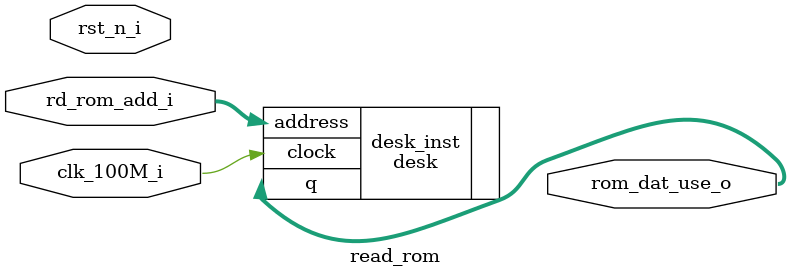
<source format=v>
module read_rom
(
	clk_100M_i,
	rst_n_i,
	rd_rom_add_i,
	rom_dat_use_o
);

	input 		clk_100M_i;
	input			rst_n_i;
	input[15:0]	rd_rom_add_i;	
	output[2:0]	rom_dat_use_o;

	desk	desk_inst
	(
		.address(rd_rom_add_i),
		.clock	(clk_100M_i),
		.q		(rom_dat_use_o)
	);

endmodule

</source>
